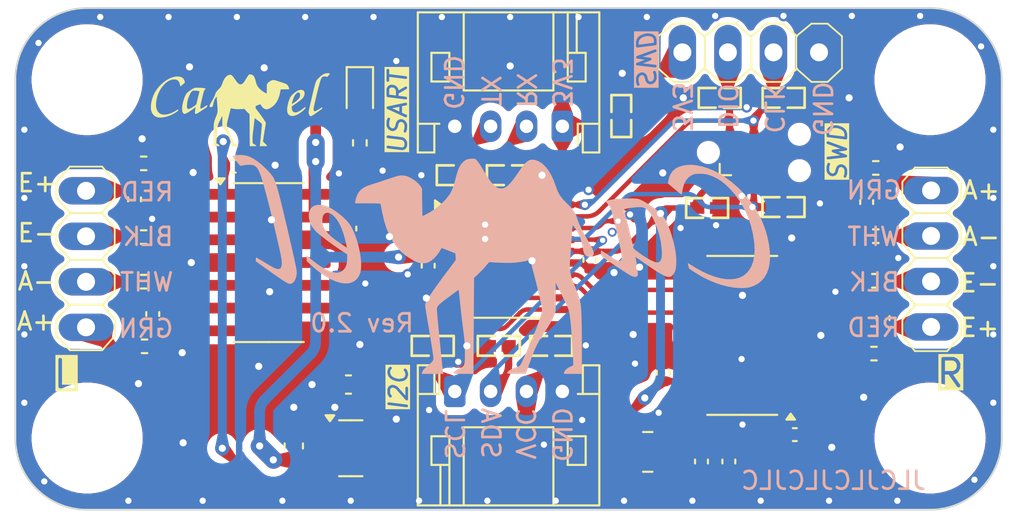
<source format=kicad_pcb>
(kicad_pcb (version 20241229) (generator "pcbnew") (generator_version "9.0")
  (layers (0 "F.Cu" signal) (4 "In1.Cu" power) (6 "In2.Cu" power) (2 "B.Cu" signal) (13 "F.Paste" user) (15 "B.Paste" user) (5 "F.SilkS" user "F.Silkscreen") (7 "B.SilkS" user "B.Silkscreen") (1 "F.Mask" user) (3 "B.Mask" user) (25 "Edge.Cuts" user))
  (property "FAB_ON_PLACEHOLDER" "JLCJLCJLCJLC")
  (net 0 "")
  (net 1 "GND")
  (net 2 "/DOUT1")
  (net 3 "/SCK1")
  (net 4 "/DOUT2")
  (net 5 "/SCK2")
  (net 6 "VDDA")
  (net 7 "VDD")
  (net 8 "+3V3")
  (net 9 "/NRST")
  (net 10 "/L_REFP")
  (net 11 "Net-(D5-A)")
  (net 13 "Net-(J5-Pin_4)")
  (net 14 "Net-(J5-Pin_3)")
  (net 15 "/SWDIO")
  (net 16 "/SWCLK")
  (net 17 "/USART_RX")
  (net 18 "/USART_TX")
  (net 19 "/I2C_SCL")
  (net 20 "/I2C_SDA")
  (net 21 "Net-(J1-Pin_4)")
  (net 22 "Net-(J1-Pin_3)")
  (net 23 "/L_REFN")
  (net 24 "/L_INN")
  (net 26 "/LED1")
  (net 27 "/BOOT0")
  (net 33 "/L_INP")
  (net 34 "/R_REFP")
  (net 35 "/R_REFN")
  (net 36 "/R_INN")
  (net 37 "/R_INP")
  (net 38 "/L_VOUT")
  (net 39 "/R_VOUT")
  (footprint "Capacitor_SMD:C_0402_1005Metric" (layer "F.Cu") (at 128.6604 108.0796 -90)
    (property "Reference" "C12" (hide yes))
    (property "Value" "100n" (hide yes))
  )
  (footprint "MountingHole:MountingHole_3.2mm_M3" (layer "F.Cu") (at 125 95)
    (property "Reference" "H1" (hide yes))
    (property "Value" "MountingHole" (hide yes))
  )
  (footprint "camel:X1-DFN1006-2_L1.0-W0.6-BI" (layer "F.Cu") (at 163.83 102.108)
    (property "Reference" "D2" (hide yes))
    (property "Value" "RCLAMP0521P-N" (hide yes))
  )
  (footprint "Capacitor_SMD:C_0402_1005Metric" (layer "F.Cu") (at 144.018 105.382 -90)
    (property "Reference" "C10" (hide yes))
    (property "Value" "100n" (hide yes))
  )
  (footprint "Capacitor_SMD:C_0402_1005Metric" (layer "F.Cu") (at 127.6444 101.6788 -90)
    (property "Reference" "C11" (hide yes))
    (property "Value" "100n" (hide yes))
  )
  (footprint "Package_SO:SOIC-14_3.9x8.7mm_P1.27mm" (layer "F.Cu") (at 161.5298 109.2708 180)
    (property "Reference" "U4" (hide yes))
    (property "Value" "HX712" (hide yes))
  )
  (footprint "camel:X1-DFN1006-2_L1.0-W0.6-BI" (layer "F.Cu") (at 144.272 109.855 180)
    (property "Reference" "D10" (hide yes))
    (property "Value" "RCLAMP0521P-N" (hide yes))
  )
  (footprint "Fiducial:Fiducial_0.5mm_Mask1mm" (layer "F.Cu") (at 168 93)
    (property "Reference" "FID1" (hide yes))
    (property "Value" "Fiducial" (hide yes))
  )
  (footprint "Capacitor_SMD:C_0603_1608Metric" (layer "F.Cu") (at 139.573 112.014 180)
    (property "Reference" "C5" (hide yes))
    (property "Value" "10u" (hide yes))
  )
  (footprint "Connector_JST:JST_PH_S4B-PH-K_1x04_P2.00mm_Horizontal" (layer "F.Cu") (at 145.5 112.4)
    (property "Reference" "J6" (hide yes))
    (property "Value" "I2C STEMMA" (hide yes))
  )
  (footprint "Capacitor_SMD:C_0402_1005Metric" (layer "F.Cu") (at 164.4624 114.808)
    (property "Reference" "C1" (hide yes))
    (property "Value" "100n" (hide yes))
  )
  (footprint "Resistor_SMD:R_0402_1005Metric" (layer "F.Cu") (at 168.9748 99.9236 180)
    (property "Reference" "R10" (hide yes))
    (property "Value" "200R" (hide yes))
  )
  (footprint "Package_SO:SOIC-14_3.9x8.7mm_P1.27mm" (layer "F.Cu") (at 135.128 105.2068)
    (property "Reference" "U2" (hide yes))
    (property "Value" "HX712" (hide yes))
  )
  (footprint "Capacitor_SMD:C_0603_1608Metric" (layer "F.Cu") (at 136.525 115.443 90)
    (property "Reference" "C6" (hide yes))
    (property "Value" "10u" (hide yes))
  )
  (footprint "camel:X1-DFN1006-2_L1.0-W0.6-BI" (layer "F.Cu") (at 147.955 109.855)
    (property "Reference" "D9" (hide yes))
    (property "Value" "RCLAMP0521P-N" (hide yes))
  )
  (footprint "MountingHole:MountingHole_3.2mm_M3" (layer "F.Cu") (at 125 115)
    (property "Reference" "H4" (hide yes))
    (property "Value" "MountingHole" (hide yes))
  )
  (footprint "camel:X1-DFN1006-2_L1.0-W0.6-BI" (layer "F.Cu") (at 160.274 96.012 180)
    (property "Reference" "D4" (hide yes))
    (property "Value" "RCLAMP0521P-N" (hide yes))
  )
  (footprint "Fiducial:Fiducial_0.5mm_Mask1mm" (layer "F.Cu") (at 129 117)
    (property "Reference" "FID3" (hide yes))
    (property "Value" "Fiducial" (hide yes))
  )
  (footprint "Resistor_SMD:R_0402_1005Metric" (layer "F.Cu") (at 128.1504 106.2736)
    (property "Reference" "R3" (hide yes))
    (property "Value" "200R" (hide yes))
  )
  (footprint "camel:X1-DFN1006-2_L1.0-W0.6-BI" (layer "F.Cu") (at 154.7876 97.028 90)
    (property "Reference" "D1" (hide yes))
    (property "Value" "RCLAMP0521P-N" (hide yes))
  )
  (footprint "Capacitor_SMD:C_0402_1005Metric" (layer "F.Cu") (at 159.258 116.3092 -90)
    (property "Reference" "C4" (hide yes))
    (property "Value" "1u" (hide yes))
  )
  (footprint "Resistor_SMD:R_0402_1005Metric" (layer "F.Cu") (at 128.1544 99.6696)
    (property "Reference" "R1" (hide yes))
    (property "Value" "100R" (hide yes))
  )
  (footprint "Fiducial:Fiducial_0.5mm_Mask1mm" (layer "F.Cu") (at 129 93)
    (property "Reference" "FID2" (hide yes))
    (property "Value" "Fiducial" (hide yes))
  )
  (footprint "LED_SMD:LED_0603_1608Metric" (layer "F.Cu") (at 140.208 95.7835 -90)
    (property "Reference" "D5" (hide yes))
    (property "Value" "RED" (hide yes))
  )
  (footprint "MountingHole:MountingHole_3.2mm_M3" (layer "F.Cu") (at 172 115)
    (property "Reference" "H2" (hide yes))
    (property "Value" "MountingHole" (hide yes))
  )
  (footprint "Capacitor_SMD:C_0402_1005Metric" (layer "F.Cu") (at 143.538 103.759)
    (property "Reference" "C13" (hide yes))
    (property "Value" "100n" (hide yes))
  )
  (footprint "Resistor_SMD:R_0402_1005Metric" (layer "F.Cu") (at 143.129 101.854 180)
    (property "Reference" "R6" (hide yes))
    (property "Value" "10K" (hide yes))
  )
  (footprint "Capacitor_SMD:C_0402_1005Metric" (layer "F.Cu") (at 133.1748 99.822)
    (property "Reference" "C2" (hide yes))
    (property "Value" "100n" (hide yes))
  )
  (footprint "Connector:Tag-Connect_TC2030-IDC-NL_2x03_P1.27mm_Vertical" (layer "F.Cu") (at 162.179 99.06)
    (property "Reference" "J3" (hide yes))
    (property "Value" "TC2030-NL" (hide yes))
  )
  (footprint "Resistor_SMD:R_0402_1005Metric" (layer "F.Cu") (at 128.2012 109.8804)
    (property "Reference" "R4" (hide yes))
    (property "Value" "200R" (hide yes))
  )
  (footprint "camel:X1-DFN1006-2_L1.0-W0.6-BI" (layer "F.Cu") (at 150.876 109.855)
    (property "Reference" "D11" (hide yes))
    (property "Value" "RCLAMP0521P-N" (hide yes))
  )
  (footprint "Package_SO:TSSOP-20_4.4x6.5mm_P0.65mm" (layer "F.Cu") (at 148.59 104.902)
    (property "Reference" "U3" (hide yes))
    (property "Value" "STM32L031F6P6" (hide yes))
  )
  (footprint "Capacitor_SMD:C_0402_1005Metric" (layer "F.Cu") (at 153.035 105.057 -90)
    (property "Reference" "C8" (hide yes))
    (property "Value" "100n" (hide yes))
  )
  (footprint "Package_TO_SOT_SMD:SOT-23" (layer "F.Cu") (at 139.7 115.57)
    (property "Reference" "U1" (hide yes))
    (property "Value" "MCP1700T-3302E/TT" (hide yes))
  )
  (footprint "Connector_JST:JST_PH_S4B-PH-K_1x04_P2.00mm_Horizontal" (layer "F.Cu") (at 151.5 97.6 180)
    (property "Reference" "J4" (hide yes))
    (property "Value" "USART" (hide yes))
  )
  (footprint "camel:Pad_1x04_P2.54mm" (layer "F.Cu") (at 172.0602 108.8 180)
    (property "Reference" "J5" (hide yes))
    (property "Value" "Conn_01x04" (hide yes))
  )
  (footprint "camel:Pad_1x04_P2.54mm" (layer "F.Cu") (at 124.9398 101.2)
    (property "Reference" "J1" (hide yes))
    (property "Value" "Conn_01x04" (hide yes))
  )
  (footprint "Resistor_SMD:R_0402_1005Metric" (layer "F.Cu") (at 140.208 98.5266 90)
    (property "Reference" "R5" (hide yes))
    (property "Value" "2K2" (hide yes))
  )
  (footprint "Capacitor_SMD:C_0402_1005Metric" (layer "F.Cu") (at 160.782 116.3092 -90)
    (property "Reference" "C3" (hide yes))
    (property "Value" "10n" (hide yes))
  )
  (footprint "Capacitor_SMD:C_0402_1005Metric" (layer "F.Cu") (at 168.4688 101.8312 90)
    (property "Reference" "C15" (hide yes))
    (property "Value" "100n" (hide yes))
  )
  (footprint "camel:X1-DFN1006-2_L1.0-W0.6-BI" (layer "F.Cu") (at 163.8388 96.012)
    (property "Reference" "D3" (hide yes))
    (property "Value" "RCLAMP0521P-N" (hide yes))
  )
  (footprint "camel:X1-DFN1006-2_L1.0-W0.6-BI" (layer "F.Cu") (at 145.669 100.33 180)
    (property "Reference" "D8" (hide yes))
    (property "Value" "RCLAMP0521P-N" (hide yes))
  )
  (footprint "Resistor_SMD:R_0402_1005Metric" (layer "F.Cu") (at 168.8752 110.2868 180)
    (property "Reference" "R7" (hide yes))
    (property "Value" "100R" (hide yes))
  )
  (footprint "camel:X1-DFN1006-2_L1.0-W0.6-BI" (layer "F.Cu") (at 159.5716 102.1588)
    (property "Reference" "D6" (hide yes))
    (property "Value" "RCLAMP0521P-N" (hide yes))
  )
  (footprint "Capacitor_SMD:C_0402_1005Metric" (layer "F.Cu") (at 139.6492 103.3044 -90)
    (property "Reference" "C7" (hide yes))
    (property "Value" "100n" (hide yes))
  )
  (footprint "Capacitor_SMD:C_0402_1005Metric" (layer "F.Cu") (at 157.1244 111.3536 90)
    (property "Reference" "C9" (hide yes))
    (property "Value" "100n" (hide yes))
  )
  (footprint "camel:camel_logo_10" (layer "F.Cu") (at 133.5532 96.6724)
    (property "Reference" "G***" (hide yes))
    (property "Value" "LOGO" (hide yes))
  )
  (footprint "Resistor_SMD:R_0402_1005Metric" (layer "F.Cu") (at 168.924 106.2228)
    (property "Reference" "R8" (hide yes))
    (property "Value" "100R" (hide yes))
  )
  (footprint "Inductor_SMD:L_1008_2520Metric" (layer "F.Cu") (at 156.2608 115.7732 180)
    (property "Reference" "L1" (hide yes))
    (property "Value" "39n" (hide yes))
  )
  (footprint "Resistor_SMD:R_0402_1005Metric" (layer "F.Cu") (at 168.9768 103.7336 180)
    (property "Reference" "R9" (hide yes))
    (property "Value" "200R" (hide yes))
  )
  (footprint "camel:X1-DFN1006-2_L1.0-W0.6-BI" (layer "F.Cu") (at 148.463 100.33)
    (property "Reference" "D7" (hide yes))
    (property "Value" "RCLAMP0521P-N" (hide yes))
  )
  (footprint "camel:Pad_1x04_P2.54mm" (layer "F.Cu") (at 158.1912 93.472 90)
    (property "Reference" "J2" (hide yes))
    (property "Value" "Conn_01x04" (hide yes))
  )
  (footprint "Capacitor_SMD:C_0402_1005Metric" (layer "F.Cu") (at 169.3832 108.3056 90)
    (property "Reference" "C14" (hide yes))
    (property "Value" "100n" (hide yes))
  )
  (footprint "Resistor_SMD:R_0402_1005Metric" (layer "F.Cu") (at 128.1524 103.7844 180)
    (property "Reference" "R2" (hide yes))
    (property "Value" "100R" (hide yes))
  )
  (footprint "MountingHole:MountingHole_3.2mm_M3" (layer "F.Cu") (at 172 95)
    (property "Reference" "H3" (hide yes))
    (property "Value" "MountingHole" (hide yes))
  )
  (footprint "camel:camel_logo_30" (layer "B.Cu") (at 148.082 105.3084 180)
    (property "Reference" "G***" (hide yes))
    (property "Value" "LOGO" (hide yes))
  )
  (gr_line (start 176 115) (end 176 95) (stroke (width 0.1)) (layer "Edge.Cuts"))
  (gr_arc (start 125 119) (mid 122.171573 117.828427) (end 121 115) (stroke (width 0.1)) (layer "Edge.Cuts"))
  (gr_arc (start 176 115) (mid 174.828427 117.828427) (end 172 119) (stroke (width 0.1)) (layer "Edge.Cuts"))
  (gr_line (start 125 119) (end 172 119) (stroke (width 0.1)) (layer "Edge.Cuts"))
  (gr_line (start 121 115) (end 121 95) (stroke (width 0.1)) (layer "Edge.Cuts"))
  (gr_arc (start 172 91) (mid 174.828427 92.171573) (end 176 95) (stroke (width 0.1)) (layer "Edge.Cuts"))
  (gr_line (start 125 91) (end 172 91) (stroke (width 0.1)) (layer "Edge.Cuts"))
  (gr_arc (start 121 95) (mid 122.171573 92.171573) (end 125 91) (stroke (width 0.1)) (layer "Edge.Cuts"))
  (gr_text "E+" (at 121.0404 101.346 0) (layer "F.SilkS") (effects (font (size 1 1)) (justify left bottom)))
  (gr_text "A+" (at 120.9896 109.0676 0) (layer "F.SilkS") (effects (font (size 1 1)) (justify left bottom)))
  (gr_text "USART" (at 142.9004 99.2124 90) (layer "F.SilkS" knockout) (effects (font (size 1 1) (thickness 0.15) (italic yes)) (justify left bottom)))
  (gr_text "L" (at 123.7488 112.3188 0) (layer "F.SilkS" knockout) (effects (font (size 1.5 1.5) (thickness 0.2)) (justify bottom)))
  (gr_text "A+" (at 173.7012 101.7524 0) (layer "F.SilkS") (effects (font (size 1 1)) (justify left bottom)))
  (gr_text "I2C" (at 142.9512 113.538 90) (layer "F.SilkS" knockout) (effects (font (size 1 1) (thickness 0.15) (italic yes)) (justify left bottom)))
  (gr_text "E+" (at 173.5996 109.4232 0) (layer "F.SilkS") (effects (font (size 1 1)) (justify left bottom)))
  (gr_text "R" (at 173.1264 112.268 0) (layer "F.SilkS" knockout) (effects (font (size 1.5 1.5) (thickness 0.2)) (justify bottom)))
  (gr_text "E-" (at 121.0404 104.14 0) (layer "F.SilkS") (effects (font (size 1 1)) (justify left bottom)))
  (gr_text "E-" (at 173.5996 106.934 0) (layer "F.SilkS") (effects (font (size 1 1)) (justify left bottom)))
  (gr_text "A-" (at 173.7012 104.3432 0) (layer "F.SilkS") (effects (font (size 1 1)) (justify left bottom)))
  (gr_text "SWD" (at 167.4368 100.6856 90) (layer "F.SilkS" knockout) (effects (font (size 1 1) (thickness 0.15) (italic yes)) (justify left bottom)))
  (gr_text "A-" (at 121.0404 106.8324 0) (layer "F.SilkS") (effects (font (size 1 1)) (justify left bottom)))
  (gr_text "SCL" (at 144.8816 116.2812 -90) (layer "B.SilkS") (effects (font (size 1 1)) (justify left bottom mirror)))
  (gr_text "DIO" (at 160.1216 97.8408 -90) (layer "B.SilkS") (effects (font (size 1 1)) (justify left bottom mirror)))
  (gr_text "WHT" (at 129.9 106.8832 0) (layer "B.SilkS") (effects (font (size 1 1)) (justify left bottom mirror)))
  (gr_text "BLK" (at 129.9 104.3432 0) (layer "B.SilkS") (effects (font (size 1 1)) (justify left bottom mirror)))
  (gr_text "SWD" (at 155.5496 95.5548 -90) (layer "B.SilkS" knockout) (effects (font (size 1 1) (thickness 0.15) (italic yes)) (justify left bottom mirror)))
  (gr_text "3V3" (at 157.5816 97.9932 -90) (layer "B.SilkS") (effects (font (size 1 1)) (justify left bottom mirror)))
  (gr_text "VCC" (at 148.844 116.2812 270) (layer "B.SilkS") (effects (font (size 1 1)) (justify left bottom mirror)))
  (gr_text "SDA" (at 146.9136 116.2304 -90) (layer "B.SilkS") (effects (font (size 1 1)) (justify left bottom mirror)))
  (gr_text "BLK" (at 170.3992 106.8832 0) (layer "B.SilkS") (effects (font (size 1 1)) (justify left bottom mirror)))
  (gr_text "GND" (at 150.876 116.4336 -90) (layer "B.SilkS") (effects (font (size 1 1)) (justify left bottom mirror)))
  (gr_text "RED" (at 129.9 101.854 0) (layer "B.SilkS") (effects (font (size 1 1)) (justify left bottom mirror)))
  (gr_text "WHT" (at 170.45 104.3432 0) (layer "B.SilkS") (effects (font (size 1 1)) (justify left bottom mirror)))
  (gr_text "GND" (at 165.4048 98.2472 -90) (layer "B.SilkS") (effects (font (size 1 1)) (justify left bottom mirror)))
  (gr_text "RX" (at 148.8948 96.6724 -90) (layer "B.SilkS") (effects (font (size 1 1)) (justify left bottom mirror)))
  (gr_text "CLK" (at 162.7124 98.0948 -90) (layer "B.SilkS") (effects (font (size 1 1)) (justify left bottom mirror)))
  (gr_text "RED" (at 170.3992 109.4232 0) (layer "B.SilkS") (effects (font (size 1 1)) (justify left bottom mirror)))
  (gr_text "${FAB_ON_PLACEHOLDER}" (at 171.8564 117.9576 0) (layer "B.SilkS") (effects (font (size 1 1)) (justify left bottom mirror)))
  (gr_text "GRN" (at 170.5008 101.7524 0) (layer "B.SilkS") (effects (font (size 1 1)) (justify left bottom mirror)))
  (gr_text "3V3" (at 150.876 96.6216 -90) (layer "B.SilkS") (effects (font (size 1 1)) (justify left bottom mirror)))
  (gr_text "Rev 2.0" (at 143.3068 109.1692 0) (layer "B.SilkS") (effects (font (size 1 1)) (justify left bottom mirror)))
  (gr_text "GRN" (at 129.9 109.474 0) (layer "B.SilkS") (effects (font (size 1 1)) (justify left bottom mirror)))
  (gr_text "GND" (at 144.8308 96.774 -90) (layer "B.SilkS") (effects (font (size 1 1)) (justify left bottom mirror)))
  (gr_text "TX" (at 146.9136 96.5708 -90) (layer "B.SilkS") (effects (font (size 1 1)) (justify left bottom mirror)))
  (segment (start 165.8112 93.472) (end 165.8112 94.5896) (width 0.4) (layer "F.Cu") (net 1))
  (segment (start 132.653 105.2068) (end 130.81 105.2068) (width 0.25) (layer "F.Cu") (net 1))
  (segment (start 165.6588 102.108) (end 165.862 101.9048) (width 0.25) (layer "F.Cu") (net 1))
  (segment (start 164.38 102.108) (end 165.6588 102.108) (width 0.25) (layer "F.Cu") (net 1))
  (segment (start 164.0048 109.2708) (end 165.9128 109.2708) (width 0.25) (layer "F.Cu") (net 1))
  (segment (start 159.258 116.7892) (end 160.782 116.7892) (width 0.25) (layer "F.Cu") (net 1))
  (segment (start 159.0548 110.5408) (end 157.4572 110.5408) (width 0.25) (layer "F.Cu") (net 1))
  (segment (start 151.5 109.929) (end 151.426 109.855) (width 0.4) (layer "F.Cu") (net 1))
  (segment (start 143.058 103.759) (end 141.859 103.759) (width 0.25) (layer "F.Cu") (net 1))
  (segment (start 145.119 98.086) (end 145.119 100.33) (width 0.5) (layer "F.Cu") (net 1))
  (segment (start 144.822 109.855) (end 146.177 109.855) (width 0.5) (layer "F.Cu") (net 1))
  (segment (start 139.6492 103.7844) (end 141.8336 103.7844) (width 0.25) (layer "F.Cu") (net 1))
  (segment (start 138.7625 114.62) (end 138.7625 113.3325) (width 0.4) (layer "F.Cu") (net 1))
  (segment (start 139.446 109.0168) (end 140.208 109.7788) (width 0.35) (layer "F.Cu") (net 1))
  (segment (start 141.2495 93.9545) (end 142.24 93.9545) (width 0.25) (layer "F.Cu") (net 1))
  (segment (start 147.405 109.855) (end 146.177 109.855) (width 0.5) (layer "F.Cu") (net 1))
  (segment (start 163.449 100.251775) (end 164.38 101.182775) (width 0.25) (layer "F.Cu") (net 1))
  (segment (start 138.7625 114.62) (end 136.573 114.62) (width 0.4) (layer "F.Cu") (net 1))
  (segment (start 143.835972 94.305972) (end 145.148528 95.618528) (width 0.25) (layer "F.Cu") (net 1))
  (segment (start 138.798 112.014) (end 137.541 112.014) (width 0.4) (layer "F.Cu") (net 1))
  (segment (start 154.2516 105.636) (end 153.035 105.636) (width 0.4) (layer "F.Cu") (net 1))
  (segment (start 151.5 112.4) (end 151.5 109.929) (width 0.4) (layer "F.Cu") (net 1))
  (segment (start 145.5 97.705) (end 145.119 98.086) (width 0.5) (layer "F.Cu") (net 1))
  (segment (start 159.258 117.992) (end 158.75 118.5) (width 0.25) (layer "F.Cu") (net 1))
  (segment (start 142.619 101.854) (end 142.619 101.845056) (width 0.25) (layer "F.Cu") (net 1))
  (segment (start 128.6624 103.7844) (end 129.139072 103.7844) (width 0.25) (layer "F.Cu") (net 1))
  (segment (start 160.1216 102.1588) (end 160.1216 103.0732) (width 0.4) (layer "F.Cu") (net 1))
  (segment (start 140.208 94.996) (end 141.2495 93.9545) (width 0.25) (layer "F.Cu") (net 1))
  (segment (start 139.6492 103.7844) (end 137.7554 103.7844) (width 0.25) (layer "F.Cu") (net 1))
  (segment (start 159.258 116.7892) (end 159.258 117.992) (width 0.25) (layer "F.Cu") (net 1))
  (segment (start 137.6896 111.8654) (end 137.541 112.014) (width 0.25) (layer "F.Cu") (net 1))
  (segment (start 141.8336 103.7844) (end 141.859 103.759) (width 0.25) (layer "F.Cu") (net 1))
  (segment (start 149.931 105.227) (end 149.8092 105.1052) (width 0.25) (layer "F.Cu") (net 1))
  (segment (start 163.449 99.695) (end 163.449 100.251775) (width 0.25) (layer "F.Cu") (net 1))
  (segment (start 138.798 112.014) (end 138.798 113.271) (width 0.4) (layer "F.Cu") (net 1))
  (segment (start 155.8036 105.4608) (end 159.0548 105.4608) (width 0.25) (layer "F.Cu") (net 1))
  (segment (start 137.7554 103.7844) (end 137.603 103.9368) (width 0.25) (layer "F.Cu") (net 1))
  (segment (start 142.24 93.9545) (end 142.987444 93.9545) (width 0.25) (layer "F.Cu") (net 1))
  (segment (start 145.5 97.6) (end 145.5 97.705) (width 0.5) (layer "F.Cu") (net 1))
  (segment (start 168.414 105.5504) (end 168.414 106.2228) (width 0.25) (layer "F.Cu") (net 1))
  (segment (start 154.3812 105.7656) (end 154.2516 105.636) (width 0.4) (layer "F.Cu") (net 1))
  (segment (start 152.626 105.227) (end 151.4525 105.227) (width 0.4) (layer "F.Cu") (net 1))
  (segment (start 145.119 100.33) (end 143.637 100.33) (width 0.25) (layer "F.Cu") (net 1))
  (segment (start 142.875 105.862) (end 144.018 105.862) (width 0.25) (layer "F.Cu") (net 1))
  (segment (start 170.2308 104.9528) (end 169.0116 104.9528) (width 0.25) (layer "F.Cu") (net 1))
  (segment (start 155.5776 110.8736) (end 155.5496 110.8456) (width 0.25) (layer "F.Cu") (net 1))
  (segment (start 149.013 100.33) (end 150.368 100.33) (width 0.4) (layer "F.Cu") (net 1))
  (segment (start 145.5 96.467056) (end 145.5 97.6) (width 0.25) (layer "F.Cu") (net 1))
  (segment (start 136.525 114.668) (end 136.525 113.284) (width 0.5) (layer "F.Cu") (net 1))
  (segment (start 129.563336 103.960136) (end 130.81 105.2068) (width 0.25) (layer "F.Cu") (net 1))
  (segment (start 136.573 114.62) (end 136.525 114.668) (width 0.25) (layer "F.Cu") (net 1))
  (segment (start 157.4572 110.5408) (end 157.1244 110.8736) (width 0.25) (layer "F.Cu") (net 1))
  (segment (start 142.970472 100.996528) (end 143.637 100.33) (width 0.25) (layer "F.Cu") (net 1))
  (segment (start 157.1244 110.8736) (end 155.5776 110.8736) (width 0.25) (layer "F.Cu") (net 1))
  (segment (start 153.035 105.636) (end 152.626 105.227) (width 0.4) (layer "F.Cu") (net 1))
  (segment (start 138.7625 113.3325) (end 138.811 113.284) (width 0.4) (layer "F.Cu") (net 1))
  (segment (start 159.724 96.012) (end 158.242 96.012) (width 0.4) (layer "F.Cu") (net 1))
  (segment (start 137.603 109.0168) (end 139.446 109.0168) (width 0.35) (layer "F.Cu") (net 1))
  (segment (start 164.38 101.182775) (end 164.38 102.108) (width 0.25) (layer "F.Cu") (net 1))
  (segment (start 169.0116 104.9528) (end 168.414 105.5504) (width 0.25) (layer "F.Cu") (net 1))
  (segment (start 160.1216 103.0732) (end 160.0708 103.124) (width 0.4) (layer "F.Cu") (net 1))
  (segment (start 151.4525 105.227) (end 149.931 105.227) (width 0.25) (layer "F.Cu") (net 1))
  (segment (start 165.8112 94.5896) (end 164.3888 96.012) (width 0.4) (layer "F.Cu") (net 1))
  (segment (start 146.685 109.855) (end 146.177 109.855) (width 0.35) (layer "F.Cu") (net 1))
  (segment (start 138.798 113.271) (end 138.811 113.284) (width 0.25) (layer "F.Cu") (net 1))
  (via (at 154.94 118.5) (size 0.6) (drill 0.35) (layers "F.Cu" "B.Cu") (net 1))
  (via (at 170.2308 104.9528) (size 0.6) (drill 0.35) (layers "F.Cu" "B.Cu") (net 1))
  (via (at 134.874 94.3356) (size 0.8) (drill 0.4) (layers "F.Cu" "B.Cu") (net 1))
  (via (at 158.0896 103.2764) (size 0.6) (drill 0.35) (layers "F.Cu" "B.Cu") (net 1))
  (via (at 174.478935 117.32699) (size 0.6) (drill 0.35) (layers "F.Cu" "B.Cu") (net 1))
  (via (at 161.775417 96.535432) (size 0.6) (drill 0.35) (layers "F.Cu" "B.Cu") (net 1))
  (via (at 152.9588 101.1428) (size 0.6) (drill 0.35) (layers "F.Cu" "B.Cu") (net 1))
  (via (at 133.35 91.5) (size 0.6) (drill 0.35) (layers "F.Cu" "B.Cu") (net 1))
  (via (at 168.3004 112.7252) (size 0.8) (drill 0.4) (layers "F.Cu" "B.Cu") (net 1))
  (via (at 139.7 118.5) (size 0.6) (drill 0.35) (layers "F.Cu" "B.Cu") (net 1))
  (via (at 150.368 100.33) (size 0.8) (drill 0.4) (layers "F.Cu" "B.Cu") (net 1))
  (via (at 170.18 118.5) (size 0.6) (drill 0.35) (layers "F.Cu" "B.Cu") (net 1))
  (via (at 142.875 105.862) (size 0.6) (drill 0.35) (layers "F.Cu" "B.Cu") (net 1))
  (via (at 143.637 100.33) (size 0.6) (drill 0.35) (layers "F.Cu" "B.Cu") (net 1))
  (via (at 140.97 91.5) (size 0.6) (drill 0.35) (layers "F.Cu" "B.Cu") (net 1))
  (via (at 125.73 91.5) (size 0.6) (drill 0.35) (layers "F.Cu" "B.Cu") (net 1))
  (via (at 121.5 97.79) (size 0.6) (drill 0.35) (layers "F.Cu" "B.Cu") (net 1))
  (via (at 130.3528 115.2652) (size 0.8) (drill 0.4) (layers "F.Cu" "B.Cu") (net 1))
  (via (at 175.53 109.22) (size 0.6) (drill 0.35) (layers "F.Cu" "B.Cu") (net 1))
  (via (at 149.8092 105.1052) (size 0.8) (drill 0.4) (layers "F.Cu" "B.Cu") (net 1))
  (via (at 156.8704 113.5888) (size 0.6) (drill 0.35) (layers "F.Cu" "B.Cu") (net 1))
  (via (at 175.53 113.03) (size 0.6) (drill 0.35) (layers "F.Cu" "B.Cu") (net 1))
  (via (at 142.24 113.9444) (size 0.8) (drill 0.4) (layers "F.Cu" "B.Cu") (net 1))
  (via (at 137.16 91.5) (size 0.6) (drill 0.35) (layers "F.Cu" "B.Cu") (net 1))
  (via (at 130.9116 100.1776) (size 0.8) (drill 0.4) (layers "F.Cu" "B.Cu") (net 1))
  (via (at 143.9164 107.188) (size 0.8) (drill 0.4) (layers "F.Cu" "B.Cu") (net 1))
  (via (at 152.8064 109.8296) (size 0.6) (drill 0.35) (layers "F.Cu" "B.Cu") (net 1))
  (via (at 163.83 91.44) (size 0.6) (drill 0.35) (layers "F.Cu" "B.Cu") (net 1))
  (via (at 139.0396 100.2284) (size 0.6) (drill 0.35) (layers "F.Cu" "B.Cu") (net 1))
  (via (at 165.9128 109.2708) (size 0.8) (drill 0.4) (layers "F.Cu" "B.Cu") (net 1))
  (via (at 129.54 91.5) (size 0.6) (drill 0.35) (layers "F.Cu" "B.Cu") (net 1))
  (via (at 158.242 96.012) (size 0.8) (drill 0.4) (layers "F.Cu" "B.Cu") (net 1))
  (via (at 165.862 101.9048) (size 0.6) (drill 0.35) (layers "F.Cu" "B.Cu") (net 1))
  (via (at 166.37 118.5) (size 0.6) (drill 0.35) (layers "F.Cu" "B.Cu") (net 1))
  (via (at 154.3812 105.7656) (size 0.8) (drill 0.4) (layers "F.Cu" "B.Cu") (net 1))
  (via (at 175.53 105.41) (size 0.6) (drill 0.35) (layers "F.Cu" "B.Cu") (net 1))
  (via (at 175.53 97.79) (size 0.6) (drill 0.35) (layers "F.Cu" "B.Cu") (net 1))
  (via (at 135.89 118.5) (size 0.6) (drill 0.35) (layers "F.Cu" "B.Cu") (net 1))
  (via (at 164.2872 103.8352) (size 0.8) (drill 0.4) (layers "F.Cu" "B.Cu") (net 1))
  (via (at 155.448 109.22) (size 0.8) (drill 0.4) (layers "F.Cu" "B.Cu") (net 1))
  (via (at 152.6032 113.9952) (size 0.6) (drill 0.35) (layers "F.Cu" "B.Cu") (net 1))
  (via (at 161.544 107.0356) (size 0.8) (drill 0.4) (layers "F.Cu" "B.Cu") (net 1))
  (via (at 161.504 101.483) (size 0.6) (drill 0.35) (layers "F.Cu" "B.Cu") (net 1))
  (via (at 122.61169 117.419913) (size 0.6) (drill 0.35) (layers "F.Cu" "B.Cu") (net 1))
  (via (at 144.0688 113.4364) (size 0.6) (drill 0.35) (layers "F.Cu" "B.Cu") (net 1))
  (via (at 147.32 118.5) (size 0.6) (drill 0.35) (layers "F.Cu" "B.Cu") (net 1))
  (via (at 160.02 91.44) (size 0.6) (drill 0.35) (layers "F.Cu" "B.Cu") (net 1))
  (via (at 122.289762 92.947047) (size 0.6) (drill 0.35) (layers "F.Cu" "B.Cu") (net 1))
  (via (at 174.847632 93.142313) (size 0.6) (drill 0.35) (layers "F.Cu" "B.Cu") (net 1))
  (via (at 166.5224 115.5192) (size 0.8) (drill 0.4) (layers "F.Cu" "B.Cu") (net 1))
  (via (at 140.5128 106.3752) (size 0.6) (drill 0.35) (layers "F.Cu" "B.Cu") (net 1))
  (via (at 160.0708 103.124) (size 0.6) (drill 0.35) (layers "F.Cu" "B.Cu") (net 1))
  (via (at 175.53 101.6) (size 0.6) (drill 0.35) (layers "F.Cu" "B.Cu") (net 1))
  (via (at 135.4836 99.7712) (size 0.8) (drill 0.4) (layers "F.Cu" "B.Cu") (net 1))
  (via (at 121.5 101.6) (size 0.6) (drill 0.35) (layers "F.Cu" "B.Cu") (net 1))
  (via (at 161.4932 110.5916) (size 0.6) (drill 0.35) (layers "F.Cu" "B.Cu") (net 1))
  (via (at 130.81 105.2068) (size 0.8) (drill 0.4) (layers "F.Cu" "B.Cu") (net 1))
  (via (at 146.177 109.855) (size 0.8) (drill 0.4) (layers "F.Cu" "B.Cu") (net 1))
  (via (at 130.302 110.236) (size 0.8) (drill 0.4) (layers "F.Cu" "B.Cu") (net 1))
  (via (at 147.193 103.085997) (size 0.6) (drill 0.35) (layers "F.Cu" "B.Cu") (net 1))
  (via (at 154.8384 94.6404) (size 0.8) (drill 0.4) (layers "F.Cu" "B.Cu") (net 1))
  (via (at 154.280572 103.510039) (size 0.5) (drill 0.3) (layers "F.Cu" "B.Cu") (net 1))
  (via (at 142.24 93.9545) (size 0.6) (drill 0.35) (layers "F.Cu" "B.Cu") (net 1))
  (via (at 121.5 105.41) (size 0.6) (drill 0.35) (layers "F.Cu" "B.Cu") (net 1))
  (via (at 150.4696 115.3668) (size 0.6) (drill 0.35) (layers "F.Cu" "B.Cu") (net 1))
  (via (at 156.21 91.5) (size 0.6) (drill 0.35) (layers "F.Cu" "B.Cu") (net 1))
  (via (at 143.51 118.5) (size 0.6) (drill 0.35) (layers "F.Cu" "B.Cu") (net 1))
  (via (at 145.6944 110.744) (size 0.6) (drill 0.35) (layers "F.Cu" "B.Cu") (net 1))
  (via (at 148.59 94.234) (size 0.8) (drill 0.4) (layers "F.Cu" "B.Cu") (net 1))
  (via (at 134.5692 110.998) (size 0.8) (drill 0.4) (layers "F.Cu" "B.Cu") (net 1))
  (via (at 137.541 112.014) (size 0.8) (drill 0.4) (layers "F.Cu" "B.Cu") (net 1))
  (via (at 138.811 113.284) (size 0.8) (drill 0.4) (layers "F.Cu" "B.Cu") (net 1))
  (via (at 127.3 118.5) (size 0.6) (drill 0.35) (layers "F.Cu" "B.Cu") (net 1))
  (via (at 140.208 109.7788) (size 0.8) (drill 0.4) (layers "F.Cu" "B.Cu") (net 1))
  (via (at 127.8636 111.9632) (size 0.8) (drill 0.4) (layers "F.Cu" "B.Cu") (net 1))
  (via (at 166.7256 106.8324) (size 0.6) (drill 0.35) (layers "F.Cu" "B.Cu") (net 1))
  (via (at 152.4 91.5) (size 0.6) (drill 0.35) (layers "F.Cu" "B.Cu") (net 1))
  (via (at 135.2804 102.8192) (size 0.8) (drill 0.4) (layers "F.Cu" "B.Cu") (net 1))
  (via (at 157.099 100.203) (size 0.8) (drill 0.4) (layers "F.Cu" "B.Cu") (net 1))
  (via (at 135.1788 106.8324) (size 0.8) (drill 0.4) (layers "F.Cu" "B.Cu") (net 1))
  (via (at 141.478 100.076) (size 0.6) (drill 0.35) (layers "F.Cu" "B.Cu") (net 1))
  (via (at 128.0668 98.298) (size 0.8) (drill 0.4) (layers "F.Cu" "B.Cu") (net 1))
  (via (at 121.5 113.03) (size 0.6) (drill 0.35) (layers "F.Cu" "B.Cu") (net 1))
  (via (at 155.8036 105.4608) (size 0.8) (drill 0.4) (layers "F.Cu" "B.Cu") (net 1))
  (via (at 155.274692 102.524008) (size 0.6) (drill 0.35) (layers "F.Cu" "B.Cu") (net 1))
  (via (at 130.7084 94.2848) (size 0.8) (drill 0.4) (layers "F.Cu" "B.Cu") (net 1))
  (via (at 171.45 91.44) (size 0.6) (drill 0.35) (layers "F.Cu" "B.Cu") (net 1))
  (via (at 151.13 118.5) (size 0.6) (drill 0.35) (layers "F.Cu" "B.Cu") (net 1))
  (via (at 141.859 103.759) (size 0.8) (drill 0.4) (layers "F.Cu" "B.Cu") (net 1))
  (via (at 136.525 113.284) (size 0.8) (drill 0.4) (layers "F.Cu" "B.Cu") (net 1))
  (via (at 161.544 114.2492) (size 0.6) (drill 0.35) (layers "F.Cu" "B.Cu") (net 1))
  (via (at 167.4876 96.012) (size 0.8) (drill 0.4) (layers "F.Cu" "B.Cu") (net 1))
  (via (at 131.445 118.5) (size 0.6) (drill 0.35) (layers "F.Cu" "B.Cu") (net 1))
  (via (at 155.5496 110.8456) (size 0.6) (drill 0.35) (layers "F.Cu" "B.Cu") (net 1))
  (via (at 170.3324 98.7552) (size 0.8) (drill 0.4) (layers "F.Cu" "B.Cu") (net 1))
  (via (at 167.64 91.44) (size 0.6) (drill 0.35) (layers "F.Cu" "B.Cu") (net 1))
  (via (at 162.56 118.5) (size 0.6) (drill 0.35) (layers "F.Cu" "B.Cu") (net 1))
  (via (at 148.59 91.5) (size 0.6) (drill 0.35) (layers "F.Cu" "B.Cu") (net 1))
  (via (at 158.75 118.5) (size 0.6) (drill 0.35) (layers "F.Cu" "B.Cu") (net 1))
  (via (at 144.78 91.5) (size 0.6) (drill 0.35) (layers "F.Cu" "B.Cu") (net 1))
  (via (at 128.6256 102.7684) (size 0.6) (drill 0.35) (layers "F.Cu" "B.Cu") (net 1))
  (via (at 121.5 109.22) (size 0.6) (drill 0.35) (layers "F.Cu" "B.Cu") (net 1))
  (arc (start 129.139072 103.7844) (mid 129.368682 103.830072) (end 129.563336 103.960136) (width 0.25) (layer "F.Cu") (net 1))
  (arc (start 143.835972 94.305972) (mid 143.446664 94.045845) (end 142.987444 93.9545) (width 0.25) (layer "F.Cu") (net 1))
  (arc (start 145.148528 95.618528) (mid 145.408655 96.007836) (end 145.5 96.467056) (width 0.25) (layer "F.Cu") (net 1))
  (arc (start 142.970472 100.996528) (mid 142.710345 101.385836) (end 142.619 101.845056) (width 0.25) (layer "F.Cu") (net 1))
  (segment (start 148.730064 107.352736) (end 147.851336 108.231464) (width 0.25) (layer "F.Cu") (net 2))
  (segment (start 138.994272 106.4768) (end 137.603 106.4768) (width 0.25) (layer "F.Cu") (net 2))
  (segment (start 151.4525 107.177) (end 149.154328 107.177) (width 0.25) (layer "F.Cu") (net 2))
  (segment (start 147.427072 108.4072) (end 141.421728 108.4072) (width 0.25) (layer "F.Cu") (net 2))
  (segment (start 140.997464 108.231464) (end 139.418536 106.652536) (width 0.25) (layer "F.Cu") (net 2))
  (arc (start 141.421728 108.4072) (mid 141.192118 108.361528) (end 140.997464 108.231464) (width 0.25) (layer "F.Cu") (net 2))
  (arc (start 147.851336 108.231464) (mid 147.656682 108.361528) (end 147.427072 108.4072) (width 0.25) (layer "F.Cu") (net 2))
  (arc (start 149.154328 107.177) (mid 148.924718 107.222672) (end 148.730064 107.352736) (width 0.25) (layer "F.Cu") (net 2))
  (arc (start 138.994272 106.4768) (mid 139.223882 106.522472) (end 139.418536 106.652536) (width 0.25) (layer "F.Cu") (net 2))
  (segment (start 151.4525 107.827) (end 149.571128 107.827) (width 0.25) (layer "F.Cu") (net 3))
  (segment (start 147.985872 108.9152) (end 140.964528 108.9152) (width 0.25) (layer "F.Cu") (net 3))
  (segment (start 149.146864 108.002736) (end 148.410136 108.739464) (width 0.25) (layer "F.Cu") (net 3))
  (segment (start 139.299072 107.7468) (end 137.603 107.7468) (width 0.25) (layer "F.Cu") (net 3))
  (segment (start 140.540264 108.739464) (end 139.723336 107.922536) (width 0.25) (layer "F.Cu") (net 3))
  (arc (start 139.723336 107.922536) (mid 139.528682 107.792472) (end 139.299072 107.7468) (width 0.25) (layer "F.Cu") (net 3))
  (arc (start 149.571128 107.827) (mid 149.341518 107.872672) (end 149.146864 108.002736) (width 0.25) (layer "F.Cu") (net 3))
  (arc (start 140.964528 108.9152) (mid 140.734918 108.869528) (end 140.540264 108.739464) (width 0.25) (layer "F.Cu") (net 3))
  (arc (start 148.410136 108.739464) (mid 148.215482 108.869528) (end 147.985872 108.9152) (width 0.25) (layer "F.Cu") (net 3))
  (segment (start 151.4525 106.527) (end 152.168586 106.527) (width 0.25) (layer "F.Cu") (net 4))
  (segment (start 152.59285 106.702736) (end 153.715178 107.825064) (width 0.25) (layer "F.Cu") (net 4))
  (segment (start 154.139442 108.0008) (end 159.0548 108.0008) (width 0.25) (layer "F.Cu") (net 4))
  (arc (start 154.139442 108.0008) (mid 153.909832 107.955128) (end 153.715178 107.825064) (width 0.25) (layer "F.Cu") (net 4))
  (arc (start 152.59285 106.702736) (mid 152.398196 106.572672) (end 152.168586 106.527) (width 0.25) (layer "F.Cu") (net 4))
  (segment (start 153.505838 106.7308) (end 159.0548 106.7308) (width 0.25) (layer "F.Cu") (net 5))
  (segment (start 152.579246 106.052736) (end 153.081574 106.555064) (width 0.25) (layer "F.Cu") (net 5))
  (segment (start 151.4525 105.877) (end 152.154982 105.877) (width 0.25) (layer "F.Cu") (net 5))
  (arc (start 153.081574 106.555064) (mid 153.276228 106.685128) (end 153.505838 106.7308) (width 0.25) (layer "F.Cu") (net 5))
  (arc (start 152.579246 106.052736) (mid 152.384592 105.922672) (end 152.154982 105.877) (width 0.25) (layer "F.Cu") (net 5))
  (segment (start 160.782 115.8292) (end 162.629829 115.8292) (width 0.4) (layer "F.Cu") (net 6))
  (segment (start 163.9824 113.1032) (end 164.0048 113.0808) (width 0.4) (layer "F.Cu") (net 6))
  (segment (start 163.195515 115.594885) (end 163.9824 114.808) (width 0.4) (layer "F.Cu") (net 6))
  (segment (start 132.6948 101.355) (end 132.653 101.3968) (width 0.35) (layer "F.Cu") (net 6))
  (segment (start 160.726 115.7732) (end 160.782 115.8292) (width 0.4) (layer "F.Cu") (net 6))
  (segment (start 157.3358 115.7732) (end 157.3358 116.052608) (width 0.5) (layer "F.Cu") (net 6))
  (segment (start 132.6948 99.822) (end 132.6948 101.355) (width 0.35) (layer "F.Cu") (net 6))
  (segment (start 155.888008 117.5004) (end 134.840392 117.5004) (width 0.5) (layer "F.Cu") (net 6))
  (segment (start 132.588 98.4504) (end 132.588 99.7152) (width 0.35) (layer "F.Cu") (net 6))
  (segment (start 157.072196 116.689004) (end 156.524404 117.236796) (width 0.5) (layer "F.Cu") (net 6))
  (segment (start 132.588 99.7152) (end 132.6948 99.822) (width 0.35) (layer "F.Cu") (net 6))
  (segment (start 157.3358 115.7732) (end 160.726 115.7732) (width 0.4) (layer "F.Cu") (net 6))
  (segment (start 134.203996 117.236796) (end 132.5372 115.57) (width 0.5) (layer "F.Cu") (net 6))
  (segment (start 163.9824 114.808) (end 163.9824 113.1032) (width 0.4) (layer "F.Cu") (net 6))
  (via (at 132.588 98.4504) (size 0.8) (drill 0.4) (layers "F.Cu" "B.Cu") (net 6))
  (via (at 132.5372 115.57) (size 0.8) (drill 0.4) (layers "F.Cu" "B.Cu") (net 6))
  (arc (start 157.072196 116.689004) (mid 157.267291 116.397023) (end 157.3358 116.052608) (width 0.5) (layer "F.Cu") (net 6))
  (arc (start 156.524404 117.236796) (mid 156.232423 117.431891) (end 155.888008 117.5004) (width 0.5) (layer "F.Cu") (net 6))
  (arc (start 134.840392 117.5004) (mid 134.495977 117.431892) (end 134.203996 117.236796) (width 0.5) (layer "F.Cu") (net 6))
  (arc (start 163.195515 115.594885) (mid 162.935976 115.768304) (end 162.629829 115.8292) (width 0.4) (layer "F.Cu") (net 6))
  (segment (start 132.5372 98.5012) (end 132.588 98.4504) (width 0.5) (layer "B.Cu") (net 6))
  (segment (start 132.5372 115.57) (end 132.5372 98.5012) (width 0.5) (layer "B.Cu") (net 6))
  (segment (start 140.6375 112.3035) (end 140.348 112.014) (width 0.35) (layer "F.Cu") (net 7))
  (segment (start 149.5 112.4) (end 149.974528 111.925472) (width 0.4) (layer "F.Cu") (net 7))
  (segment (start 149.5 114.341329) (end 149.5 112.4) (width 0.8) (layer "F.Cu") (net 7))
  (segment (start 150.326 111.076944) (end 150.326 109.855) (width 0.4) (layer "F.Cu") (net 7))
  (segment (start 140.6375 115.57) (end 141.400629 115.57) (width 0.6) (layer "F.Cu") (net 7))
  (segment (start 141.966315 115.335685) (end 142.1384 115.1636) (width 0.8) (layer "F.Cu") (net 7))
  (segment (start 142.1384 115.1636) (end 148.677729 115.1636) (width 0.8) (layer "F.Cu") (net 7))
  (segment (start 149.243415 114.929285) (end 149.265686 114.907014) (width 0.8) (layer "F.Cu") (net 7))
  (segment (start 140.6375 115.57) (end 140.6375 112.3035) (width 0.35) (layer "F.Cu") (net 7))
  (arc (start 149.265686 114.907014) (mid 149.439104 114.647475) (end 149.5 114.341329) (width 0.8) (layer "F.Cu") (net 7))
  (arc (start 141.400629 115.57) (mid 141.706776 115.509103) (end 141.966315 115.335685) (width 0.6) (layer "F.Cu") (net 7))
  (arc (start 149.974528 111.925472) (mid 150.234655 111.536164) (end 150.326 111.076944) (width 0.4) (layer "F.Cu") (net 7))
  (arc (start 149.243415 114.929285) (mid 148.983876 115.102704) (end 148.677729 115.1636) (width 0.8) (layer "F.Cu") (net 7))
  (segment (start 135.395 116.218) (end 134.62 115.443) (width 1) (layer "F.Cu") (net 8))
  (segment (start 150.711214 104.577) (end 151.4525 104.577) (width 0.3) (layer "F.Cu") (net 8))
  (segment (start 150.461786 101.2444) (end 150.2156 101.2444) (width 0.3) (layer "F.Cu") (net 8))
  (segment (start 153.035 104.577) (end 154.361544 104.577) (width 0.3) (layer "F.Cu") (net 8))
  (segment (start 156.966047 94.697153) (end 158.1912 93.472) (width 0.5) (layer "F.Cu") (net 8))
  (segment (start 158.2012 93.5636) (end 158.2012 93.1672) (width 0.5) (layer "F.Cu") (net 8))
  (segment (start 158.5556 102.1588) (end 157.2768 102.1588) (width 0.3) (layer "F.Cu") (net 8))
  (segment (start 151.4525 104.577) (end 153.035 104.577) (width 0.3) (layer "F.Cu") (net 8))
  (segment (start 136.827 116.52) (end 136.525 116.218) (width 0.5) (layer "F.Cu") (net 8))
  (segment (start 137.603 99.7092) (end 137.603 102.6668) (width 0.5) (layer "F.Cu") (net 8))
  (segment (start 156.8196 96.312893) (end 156.8196 95.050707) (width 0.5) (layer "F.Cu") (net 8))
  (segment (start 139.235984 93.061472) (end 138.095672 94.201784) (width 0.6) (layer "F.Cu") (net 8))
  (segment (start 139.6492 102.8244) (end 137.7606 102.8244) (width 0.35) (layer "F.Cu") (net 8))
  (segment (start 156.0957 112.7633) (end 156.1947 112.7633) (width 0.35) (layer "F.Cu") (net 8))
  (segment (start 160.909 99.695) (end 159.285204 101.318796) (width 0.35) (layer "F.Cu") (net 8))
  (segment (start 157.1472 111.8108) (end 157.1244 111.8336) (width 0.25) (layer "F.Cu") (net 8))
  (segment (start 155.1858 115.7732) (end 155.1858 114.004571) (width 0.5) (layer "F.Cu") (net 8))
  (segment (start 155.420115 113.438885) (end 156.0957 112.7633) (width 0.5) (layer "F.Cu") (net 8))
  (segment (start 152.680571 115.7732) (end 155.1858 115.7732) (width 0.5) (layer "F.Cu") (net 8))
  (segment (start 157.2768 102.1588) (end 156.972 102.4636) (width 0.3) (layer "F.Cu") (net 8))
  (segment (start 140.084512 92.71) (end 148.651744 92.71) (width 0.6) (layer "F.Cu") (net 8))
  (segment (start 154.7876 97.578) (end 155.554493 97.578) (width 0.5) (layer "F.Cu") (net 8))
  (segment (start 159.0548 113.0808) (end 159.0548 111.8108) (width 0.25) (layer "F.Cu") (net 8))
  (segment (start 137.7442 99.568) (end 137.7442 98.5012) (width 1) (layer "F.Cu") (net 8))
  (segment (start 159.0548 111.8108) (end 157.1472 111.8108) (width 0.25) (layer "F.Cu") (net 8))
  (segment (start 159.0216 101.955192) (end 159.0216 102.1588) (width 0.35) (layer "F.Cu") (net 8))
  (segment (start 136.525 116.218) (end 135.382 116.218) (width 0.6) (layer "F.Cu") (net 8))
  (segment (start 151.5 95.558256) (end 151.5 97.6) (width 0.6) (layer "F.Cu") (net 8))
  (segment (start 155.908047 97.431553) (end 156.673154 96.666446) (width 0.5) (layer "F.Cu") (net 8))
  (segment (start 150.2156 101.2444) (end 150.000493 101.459507) (width 0.3) (layer "F.Cu") (net 8))
  (segment (start 151.5 97.6) (end 151.5 100.206186) (width 0.3) (layer "F.Cu") (net 8))
  (segment (start 136.525 116.218) (end 135.395 116.218) (width 0.6) (layer "F.Cu") (net 8))
  (segment (start 154.5932 97.578) (end 154.5712 97.6) (width 0.5) (layer "F.Cu") (net 8))
  (segment (start 155.210072 104.225528) (end 156.972 102.4636) (width 0.3) (layer "F.Cu") (net 8))
  (segment (start 149.7076 102.166614) (end 149.7076 103.573386) (width 0.3) (layer "F.Cu") (net 8))
  (segment (start 154.5712 97.6) (end 151.5 97.6) (width 0.5) (layer "F.Cu") (net 8))
  (segment (start 137.7442 99.568) (end 137.603 99.7092) (width 0.5) (layer "F.Cu") (net 8))
  (segment (start 138.7625 116.52) (end 136.827 116.52) (width 0.5) (layer "F.Cu") (net 8))
  (segment (start 145.7275 104.577) (end 144.343 104.577) (width 0.35) (layer "F.Cu") (net 8))
  (segment (start 138.7625 116.52) (end 151.271029 116.52) (width 0.5) (layer "F.Cu") (net 8))
  (segment (start 150.000493 104.280493) (end 150.004107 104.284107) (width 0.3) (layer "F.Cu") (net 8))
  (segment (start 151.207107 100.913293) (end 151.168893 100.951507) (width 0.3) (layer "F.Cu") (net 8))
  (segment (start 144.018 104.902) (end 142.367 104.902) (width 0.6) (layer "F.Cu") (net 8))
  (segment (start 137.7606 102.8244) (end 137.603 102.6668) (width 0.35) (layer "F.Cu") (net 8))
  (segment (start 137.6896 99.6226) (end 137.7442 99.568) (width 0.4) (layer "F.Cu") (net 8))
  (segment (start 137.7442 95.050312) (end 137.7442 98.5012) (width 0.6) (layer "F.Cu") (net 8))
  (segment (start 156.1947 112.7633) (end 157.1244 111.8336) (width 0.35) (layer "F.Cu") (net 8))
  (segment (start 149.500272 93.061472) (end 151.148528 94.709728) (width 0.6) (layer "F.Cu") (net 8))
  (segment (start 151.836715 116.285685) (end 152.114886 116.007514) (width 0.5) (layer "F.Cu") (net 8))
  (segment (start 144.343 104.577) (end 144.018 104.902) (width 0.35) (layer "F.Cu") (net 8))
  (segment (start 154.7876 97.578) (end 154.5932 97.578) (width 0.5) (layer "F.Cu") (net 8))
  (via (at 134.62 115.443) (size 0.8) (drill 0.4) (layers "F.Cu" "B.Cu") (net 8))
  (via (at 142.367 104.902) (size 0.8) (drill 0.4) (layers "F.Cu" "B.Cu") (net 8))
  (via (at 156.0957 112.7633) (size 0.8) (drill 0.4) (layers "F.Cu" "B.Cu") (net 8))
  (via (at 135.382 116.218) (size 0.8) (drill 0.4) (layers "F.Cu" "B.Cu") (net 8))
  (via (at 137.7442 99.568) (size 0.8) (drill 0.4) (layers "F.Cu" "B.Cu") (net 8))
  (via (at 156.972 102.4636) (size 0.8) (drill 0.4) (layers "F.Cu" "B.Cu") (net 8))
  (via (at 137.7442 98.5012) (size 0.8) (drill 0.4) (layers "F.Cu" "B.Cu") (net 8))
  (arc (start 150.004107 104.284107) (mid 150.32853 104.50088) (end 150.711214 104.577) (width 0.3) (layer "F.Cu") (net 8))
  (arc (start 151.5 95.558256) (mid 151.408655 95.099036) (end 151.148528 94.709728) (width 0.6) (layer "F.Cu") (net 8))
  (arc (start 140.084512 92.71) (mid 139.625292 92.801345) (end 139.235984 93.061472) (width 0.6) (layer "F.Cu") (net 8))
  (arc (start 149.7076 102.166614) (mid 149.78372 101.783931) (end 150.000493 101.459507) (width 0.3) (layer "F.Cu") (net 8))
  (arc (start 156.8196 95.050707) (mid 156.85766 94.859365) (end 156.966047 94.697153) (width 0.5) (layer "F.Cu") (net 8))
  (arc (start 149.7076 103.573386) (mid 149.78372 103.956069) (end 150.000493 104.280493) (width 0.3) (layer "F.Cu") (net 8))
  (arc (start 137.7442 95.050312) (mid 137.835545 94.591092) (end 138.095672 94.201784) (width 0.6) (layer "F.Cu") (net 8))
  (arc (start 155.908047 97.431553) (mid 155.745835 97.53994) (end 155.554493 97.578) (width 0.5) (layer "F.Cu") (net 8))
  (arc (start 152.680571 115.7732) (mid 152.374425 115.834096) (end 152.114886 116.007514) (width 0.5) (layer "F.Cu") (net 8))
  (arc (start 151.271029 116.52) (mid 151.577176 116.459103) (end 151.836715 116.285685) (width 0.5) (layer "F.Cu") (net 8))
  (arc (start 159.0216 101.955192) (mid 159.090108 101.610777) (end 159.285204 101.318796) (width 0.35) (layer "F.Cu") (net 8))
  (arc (start 155.420115 113.438885) (mid 155.246696 113.698424) (end 155.1858 114.004571) (width 0.5) (layer "F.Cu") (net 8))
  (arc (start 151.168893 100.951507) (mid 150.84447 101.16828) (end 150.461786 101.2444) (width 0.3) (layer "F.Cu") (net 8))
  (arc (start 151.5 100.206186) (mid 151.42388 100.588869) (end 151.207107 100.913293) (width 0.3) (layer "F.Cu") (net 8))
  (arc (start 155.210072 104.225528) (mid 154.820764 104.485655) (end 154.361544 104.577) (width 0.3) (layer "F.Cu") (net 8))
  (arc (start 148.651744 92.71) (mid 149.110964 92.801345) (end 149.500272 93.061472) (width 0.6) (layer "F.Cu") (net 8))
  (arc (start 156.673154 96.666446) (mid 156.78154 96.504234) (end 156.8196 96.312893) (width 0.5) (layer "F.Cu") (net 8))
  (segment (start 156.0957 112.761189) (end 156.686171 112.170718) (width 0.5) (layer "B.Cu") (net 8))
  (segment (start 156.0957 112.7633) (end 156.0957 112.761189) (width 0.5) (layer "B.Cu") (net 8))
  (segment (start 142.367 104.902) (end 137.8204 104.902) (width 0.6) (layer "B.Cu") (net 8))
  (segment (start 134.912893 112.853163) (end 137.451307 110.314749) (width 0.6) (layer "B.Cu") (net 8))
  (segment (start 137.7442 109.607642) (end 137.7442 104.8258) (width 0.6) (layer "B.Cu") (net 8))
  (segment (start 135.382 116.205) (end 134.62 115.443) (width 1) (layer "B.Cu") (net 8))
  (segment (start 134.62 115.443) (end 134.62 113.56027) (width 0.6) (layer "B.Cu") (net 8))
  (segment (start 156.972 111.389944) (end 156.972 109.4232) (width 0.5) (layer "B.Cu") (net 8))
  (segment (start 137.7442 99.568) (end 137.7442 98.5012) (width 1) (layer "B.Cu") (net 8))
  (segment (start 135.382 116.218) (end 135.382 116.205) (width 0.6) (layer "B.Cu") (net 8))
  (segment (start 137.8204 104.902) (end 137.7442 104.8258) (width 0.6) (layer "B.Cu") (net 8))
  (segment (start 137.7442 104.8258) (end 137.7442 99.568) (width 0.6) (layer "B.Cu") (net 8))
  (segment (start 156.972 109.4232) (end 156.972 102.4636) (width 0.5) (layer "B.Cu") (net 8))
  (arc (start 137.7442 109.607642) (mid 137.66808 109.990325) (end 137.451307 110.314749) (width 0.6) (layer "B.Cu") (net 8))
  (arc (start 134.62 113.56027) (mid 134.69612 113.177587) (end 134.912893 112.853163) (width 0.6) (layer "B.Cu") (net 8))
  (arc (start 156.686171 112.170718) (mid 156.897816 111.805276) (end 156.972 111.389944) (width 0.5) (layer "B.Cu") (net 8))
  (segment (start 145.7275 103.927) (end 147.152 103.927) (width 0.25) (layer "F.Cu") (net 9))
  (segment (start 145.7275 103.927) (end 144.186 103.927) (width 0.25) (layer "F.Cu") (net 9))
  (segment (start 162.1028 102.108) (end 163.2292 102.108) (width 0.35) (layer "F.Cu") (net 9))
  (segment (start 162.179 99.695) (end 162.179 102.0318) (width 0.35) (layer "F.Cu") (net 9))
  (segment (start 147.152 103.927) (end 147.193 103.886) (width 0.25) (layer "F.Cu") (net 9))
  (segment (start 144.186 103.927) (end 144.018 103.759) (width 0.25) (layer "F.Cu") (net 9))
  (segment (start 162.179 102.0318) (end 162.1028 102.108) (width 0.35) (layer "F.Cu") (net 9))
  (via (at 162.1028 102.108) (size 0.6) (drill 0.35) (layers "F.Cu" "B.Cu") (net 9))
  (via (at 147.193 103.886) (size 0.6) (drill 0.35) (layers "F.Cu" "B.Cu") (net 9))
  (segment (start 158.508074 101.383118) (end 155.472276 101.383118) (width 0.25) (layer "B.Cu") (net 9))
  (segment (start 152.472338 103.886) (end 147.193 103.886) (width 0.25) (layer "B.Cu") (net 9))
  (segment (start 159.305748 101.932264) (end 158.932338 101.558854) (width 0.25) (layer "B.Cu") (net 9))
  (segment (start 155.048012 101.558854) (end 152.896602 103.710264) (width 0.25) (layer "B.Cu") (net 9))
  (segment (start 162.1028 102.108) (end 159.730012 102.108) (width 0.25) (layer "B.Cu") (net 9))
  (arc (start 159.305748 101.932264) (mid 159.500402 102.062328) (end 159.730012 102.108) (width 0.25) (layer "B.Cu") (net 9))
  (arc (start 158.508074 101.383118) (mid 158.737684 101.42879) (end 158.932338 101.558854) (width 0.25) (layer "B.Cu") (net 9))
  (arc (start 152.472338 103.886) (mid 152.701948 103.840328) (end 152.896602 103.710264) (width 0.25) (layer "B.Cu") (net 9))
  (arc (start 155.472276 101.383118) (mid 155.242666 101.42879) (end 155.048012 101.558854) (width 0.25) (layer "B.Cu") (net 9))
  (segment (start 128.501736 101.374536) (end 130.888264 103.761064) (width 0.25) (layer "F.Cu") (net 10))
  (segment (start 124.9398 101.2) (end 127.6432 101.2) (width 0.35) (layer "F.Cu") (net 10))
  (segment (start 127.6444 101.1988) (end 127.6444 99.6696) (width 0.25) (layer "F.Cu") (net 10))
  (segment (start 127.6432 101.2) (end 127.6444 101.1988) (width 0.35) (layer "F.Cu") (net 10))
  (segment (start 127.6444 101.1988) (end 128.077472 101.1988) (width 0.25) (layer "F.Cu") (net 10))
  (segment (start 131.312528 103.9368) (end 132.653 103.9368) (width 0.25) (layer "F.Cu") (net 10))
  (arc (start 130.888264 103.761064) (mid 131.082918 103.891128) (end 131.312528 103.9368) (width 0.25) (layer "F.Cu") (net 10))
  (arc (start 128.501736 101.374536) (mid 128.307082 101.244472) (end 128.077472 101.1988) (width 0.25) (layer "F.Cu") (net 10))
  (segment (start 140.208 98.0166) (end 140.208 96.571) (width 0.25) (layer "F.Cu") (net 11))
  (segment (start 170.7412 101.18) (end 169.4848 99.9236) (width 0.35) (layer "F.Cu") (net 13))
  (segment (start 172.0602 101.18) (end 170.7412 101.18) (width 0.35) (layer "F.Cu") (net 13))
  (segment (start 169.4868 103.7336) (end 172.0466 103.7336) (width 0.35) (layer "F.Cu") (net 14))
  (segment (start 172.0466 103.7336) (end 172.0602 103.72) (width 0.35) (layer "F.Cu") (net 14))
  (segment (start 153.565777 102.334107) (end 158.35428 97.545604) (width 0.25) (layer "F.Cu") (net 15))
  (segment (start 151.4525 102.627) (end 152.85867 102.627) (width 0.25) (layer "F.Cu") (net 15))
  (segment (start 160.824 96.012) (end 160.824 95.8596) (width 0.35) (layer "F.Cu") (net 15))
  (segment (start 160.824 97.282) (end 160.824 98.34) (width 0.4) (layer "F.Cu") (net 15))
  (segment (start 160.824 98.34) (end 160.909 98.425) (width 0.3) (layer "F.Cu") (net 15))
  (segment (start 158.990676 97.282) (end 160.824 97.282) (width 0.25) (layer "F.Cu") (net 15))
  (segment (start 160.824 96.012) (end 160.824 97.282) (width 0.4) (layer "F.Cu") (net 15))
  (segment (start 160.7312 95.7668) (end 160.7312 93.472) (width 0.35) (layer "F.Cu") (net 15))
  (segment (start 160.824 95.8596) (end 160.7312 95.7668) (width 0.35) (layer "F.Cu") (net 15))
  (arc (start 158.35428 97.545604) (mid 158.646261 97.350509) (end 158.990676 97.282) (width 0.25) (layer "F.Cu") (net 15))
  (arc (start 152.85867 102.627) (mid 153.241353 102.55088) (end 153.565777 102.334107) (width 0.25) (layer "F.Cu") (net 15))
  (segment (start 152.7556 101.977) (end 151.4525 101.977) (width 0.25) (layer "F.Cu") (net 16))
  (segment (start 163.2712 93.472) (end 163.2712 95.9944) (width 0.4) (layer "F.Cu") (net 16))
  (segment (start 162.1536 97.282) (end 162.1536 97.1472) (width 0.4) (layer "F.Cu") (net 16))
  (segment (start 162.1536 97.1472) (end 163.2888 96.012) (width 0.4) (layer "F.Cu") (net 16))
  (segment (start 163.2712 95.9944) (end 163.2888 96.012) (width 0.4) (layer "F.Cu") (net 16))
  (segment (start 162.1536 97.282) (end 162.179 97.3074) (width 0.35) (layer "F.Cu") (net 16))
  (segment (start 162.179 97.3074) (end 162.179 98.425) (width 0.35) (layer "F.Cu") (net 16))
  (via (at 152.7556 101.977) (size 0.6) (drill 0.35) (layers "F.Cu" "B.Cu") (net 16))
  (via (at 162.1536 97.282) (size 0.6) (drill 0.35) (layers "F.Cu" "B.Cu") (net 16))
  (segment (start 152.790472 101.977) (end 152.7556 101.977) (width 0.25) (layer "B.Cu") (net 16))
  (segment (start 162.1536 97.282) (end 157.982528 97.282) (width 0.25) (layer "B.Cu") (net 16))
  (segment (start 157.558264 97.457736) (end 153.214736 101.801264) (width 0.25) (layer "B.Cu") (net 16))
  (arc (start 157.558264 97.457736) (mid 157.752918 97.327672) (end 157.982528 97.282) (width 0.25) (layer "B.Cu") (net 16))
  (arc (start 152.790472 101.977) (mid 153.020082 101.931328) (end 153.214736 101.801264) (width 0.25) (layer "B.Cu") (net 16))
  (segment (start 148.264472 98.835528) (end 149.5 97.6) (width 0.35) (layer "F.Cu") (net 17))
  (segment (start 145.7275 107.177) (end 146.579944 107.177) (width 0.25) (layer "F.Cu") (net 17))
  (segment (start 147.913 100.407944) (end 147.913 100.33) (width 0.25) (layer "F.Cu") (net 17))
  (segment (start 147.913 100.33) (end 147.913 99.684056) (width 0.35) (layer "F.Cu") (net 17))
  (segment (start 148.365528 101.357528) (end 148.264472 101.256472) (width 0.25) (layer "F.Cu") (net 17))
  (segment (start 148.717 105.039944) (end 148.717 102.206056) (width 0.25) (layer "F.Cu") (net 17))
  (segment (start 147.428472 106.825528) (end 148.365528 105.888472) (width 0.25) (layer "F.Cu") (net 17))
  (arc (start 147.428472 106.825528) (mid 147.039164 107.085655) (end 146.579944 107.177) (width 0.25) (layer "F.Cu") (net 17))
  (arc (start 148.365528 105.888472) (mid 148.625655 105.499164) (end 148.717 105.039944) (width 0.25) (layer "F.Cu") (net 17))
  (arc (start 147.913 100.407944) (mid 148.004345 100.867164) (end 148.264472 101.256472) (width 0.25) (layer "F.Cu") (net 17))
  (arc (start 148.365528 101.357528) (mid 148.625655 101.746836) (end 148.717 102.206056) (width 0.25) (layer "F.Cu") (net 17))
  (arc (start 147.913 99.684056) (mid 148.004345 99.224836) (end 148.264472 98.835528) (width 0.35) (layer "F.Cu") (net 17))
  (segment (start 147.730528 101.841528) (end 146.219 100.33) (width 0.25) (layer "F.Cu") (net 18))
  (segment (start 146.219 100.33) (end 146.219 99.378056) (width 0.35) (layer "F.Cu") (net 18))
  (segment (start 147.189472 106.175528) (end 147.730528 105.634472) (width 0.25) (layer "F.Cu") (net 18))
  (segment (start 147.5 97.6) (end 147.5 98.287) (width 0.25) (layer "F.Cu") (net 18))
  (segment (start 146.570472 98.529528) (end 147.5 97.6) (width 0.35) (layer "F.Cu") (net 18))
  (segment (start 148.082 104.785944) (end 148.082 102.690056) (width 0.25) (layer "F.Cu") (net 18))
  (segment (start 145.7275 106.527) (end 146.340944 106.527) (width 0.25) (layer "F.Cu") (net 18))
  (arc (start 146.219 99.378056) (mid 146.310345 98.918836) (end 146.570472 98.529528) (width 0.35) (layer "F.Cu") (net 18))
  (arc (start 147.730528 101.841528) (mid 147.990655 102.230836) (end 148.082 102.690056) (width 0.25) (layer "F.Cu") (net 18))
  (arc (start 146.340944 106.527) (mid 146.800164 106.435655) (end 147.189472 106.175528) (width 0.25) (layer "F.Cu") (net 18))
  (arc (start 148.082 104.785944) (mid 147.990655 105.245164) (end 147.730528 105.634472) (width 0.25) (layer "F.Cu") (net 18))
  (segment (start 143.722 110.124944) (end 143.722 109.855) (width 0.4) (layer "F.Cu") (net 19))
  (segment (start 145.5 112.4) (end 144.073472 110.973472) (width 0.4) (layer "F.Cu") (net 19))
  (segment (start 151.4525 103.927) (end 153.711 103.927) (width 0.25) (layer "F.Cu") (net 19))
  (segment (start 153.711 103.927) (end 153.7462 103.9622) (width 0.25) (layer "F.Cu") (net 19))
  (via (at 153.7462 103.9622) (size 0.5) (drill 0.3) (layers "F.Cu" "B.Cu") (net 19))
  (arc (start 144.073472 110.973472) (mid 143.813345 110.584164) (end 143.722 110.124944) (width 0.4) (layer "F.Cu") (net 19))
  (segment (start 153.7462 103.9622) (end 145.5 112.2084) (width 0.25) (layer "B.Cu") (net 19))
  (segment (start 145.5 112.2084) (end 145.5 112.4) (width 0.25) (layer "B.Cu") (net 19))
  (segment (start 154.060341 102.889966) (end 154.605399 102.889966) (width 0.25) (layer "F.Cu") (net 20))
  (segment (start 151.4525 103.277) (end 153.259093 103.277) (width 0.25) (layer "F.Cu") (net 20))
  (segment (start 148.153528 111.746472) (end 147.5 112.4) (width 0.4) (layer "F.Cu") (net 20))
  (segment (start 153.612647 103.130553) (end 153.706788 103.036412) (width 0.25) (layer "F.Cu") (net 20))
  (segment (start 148.505 109.855) (end 148.505 110.897944) (width 0.4) (layer "F.Cu") (net 20))
  (via (at 154.605399 102.889966) (size 0.5) (drill 0.3) (layers "F.Cu" "B.Cu") (net 20))
  (arc (start 153.259093 103.277) (mid 153.450435 103.23894) (end 153.612647 103.130553) (width 0.25) (layer "F.Cu") (net 20))
  (arc (start 154.060341 102.889966) (mid 153.869 102.928026) (end 153.706788 103.036412) (width 0.25) (layer "F.Cu") (net 20))
  (arc (start 148.153528 111.746472) (mid 148.413655 111.357164) (end 148.505 110.897944) (width 0.4) (layer "F.Cu") (net 20))
  (segment (start 155.0416 103.381907) (end 155.0416 103.678893) (width 0.25) (layer "B.Cu") (net 20))
  (segment (start 154.756766 102.889966) (end 154.895154 103.028354) (width 0.25) (layer "B.Cu") (net 20))
  (segment (start 154.605399 102.889966) (end 154.756766 102.889966) (width 0.25) (layer "B.Cu") (net 20))
  (segment (start 147.5 111.634707) (end 147.5 112.4) (width 0.25) (layer "B.Cu") (net 20))
  (segment (start 154.895153 104.032447) (end 147.646446 111.281154) (width 0.25) (layer "B.Cu") (net 20))
  (arc (start 154.895154 103.028354) (mid 155.00354 103.190566) (end 155.0416 103.381907) (width 0.25) (layer "B.Cu") (net 20))
  (arc (start 154.895153 104.032447) (mid 155.00354 103.870235) (end 155.0416 103.678893) (width 0.25) (layer "B.Cu") (net 20))
  (arc (start 147.646446 111.281154) (mid 147.53806 111.443366) (end 147.5 111.634707) (width 0.25) (layer "B.Cu") (net 20))
  (segment (start 126.0002 109.8804) (end 127.6912 109.8804) (width 0.35) (layer "F.Cu") (net 21))
  (segment (start 124.9398 108.82) (end 126.0002 109.8804) (width 0.35) (layer "F.Cu") (net 21))
  (segment (start 124.9398 106.28) (end 127.634 106.28) (width 0.35) (layer "F.Cu") (net 22))
  (segment (start 127.634 106.28) (end 127.6404 106.2736) (width 0.35) (layer "F.Cu") (net 22))
  (segment (start 130.666171 106.4768) (end 132.653 106.4768) (width 0.25) (layer "F.Cu") (net 23))
  (segment (start 127.598 103.74) (end 127.6424 103.7844) (width 0.35) (layer "F.Cu") (net 23))
  (segment (start 127.6444 102.1588) (end 127.6444 103.7824) (width 0.2) (layer "F.Cu") (net 23))
  (segment (start 127.6444 103.7824) (end 127.6424 103.7844) (width 0.2) (layer "F.Cu") (net 23))
  (segment (start 127.6424 103.7844) (end 130.100486 106.242486) (width 0.25) (layer "F.Cu") (net 23))
  (segment (start 124.9398 103.74) (end 127.598 103.74) (width 0.35) (layer "F.Cu") (net 23))
  (arc (start 130.666171 106.4768) (mid 130.360025 106.415904) (end 130.100486 106.242486) (width 0.25) (layer "F.Cu") (net 23))
  (segment (start 128.6604 106.2736) (end 128.6604 107.5996) (width 0.25) (layer "F.Cu") (net 24))
  (segment (start 128.6604 107.5996) (end 132.5058 107.5996) (width 0.25) (layer "F.Cu") (net 24))
  (segment (start 132.5058 107.5996) (end 132.653 107.7468) (width 0.25) (layer "F.Cu") (net 24))
  (segment (start 145.7275 102.627) (end 142.658776 102.627) (width 0.25) (layer "F.Cu") (net 26))
  (segment (start 141.810248 102.275528) (end 140.559472 101.024752) (width 0.25) (layer "F.Cu") (net 26))
  (segment (start 140.208 100.176224) (end 140.208 99.0366) (width 0.25) (layer "F.Cu") (net 26))
  (arc (start 142.658776 102.627) (mid 142.199556 102.535655) (end 141.810248 102.275528) (width 0.25) (layer "F.Cu") (net 26))
  (arc (start 140.559472 101.024752) (mid 140.299345 100.635444) (end 140.208 100.176224) (width 0.25) (layer "F.Cu") (net 26))
  (segment (start 145.7275 101.977) (end 143.762 101.977) (width 0.25) (layer "F.Cu") (net 27))
  (segment (start 143.762 101.977) (end 143.639 101.854) (width 0.25) (layer "F.Cu") (net 27))
  (segment (start 128.7112 109.8804) (end 128.7112 108.6104) (width 0.25) (layer "F.Cu") (net 33))
  (segment (start 131.007728 109.0168) (end 132.653 109.0168) (width 0.25) (layer "F.Cu") (net 33))
  (segment (start 130.477736 108.735336) (end 130.583464 108.841064) (width 0.25) (layer "F.Cu") (net 33))
  (segment (start 128.7112 108.6104) (end 128.6604 108.5596) (width 0.2) (layer "F.Cu") (net 33))
  (segment (start 128.6604 108.5596) (end 130.053472 108.5596) (width 0.25) (layer "F.Cu") (net 33))
  (arc (start 130.053472 108.5596) (mid 130.283082 108.605272) (end 130.477736 108.735336) (width 0.25) (layer "F.Cu") (net 33))
  (arc (start 130.583464 108.841064) (mid 130.778118 108.971128) (end 131.007728 109.0168) (width 0.25) (layer "F.Cu") (net 33))
  (segment (start 169.3832 108.7856) (end 169.3832 110.2848) (width 0.25) (layer "F.Cu") (net 34))
  (segment (start 164.0048 110.5408) (end 166.273872 110.5408) (width 0.25) (layer "F.Cu") (net 34))
  (segment (start 169.3832 110.2848) (end 169.3852 110.2868) (width 0.2) (layer "F.Cu") (net 34))
  (segment (start 172.0458 108.7856) (end 172.0602 108.8) (width 0.35) (layer "F.Cu") (net 34))
  (segment (start 166.698136 110.365064) (end 168.101864 108.961336) (width 0.25) (layer "F.Cu") (net 34))
  (segment (start 168.526128 108.7856) (end 169.3832 108.7856) (width 0.25) (layer "F.Cu") (net 34))
  (segment (start 169.3832 108.7856) (end 172.0458 108.7856) (width 0.35) (layer "F.Cu") (net 34))
  (arc (start 168.101864 108.961336) (mid 168.296518 108.831272) (end 168.526128 108.7856) (width 0.25) (layer "F.Cu") (net 34))
  (arc (start 166.698136 110.365064) (mid 166.503482 110.495128) (end 166.273872 110.5408) (width 0.25) (layer "F.Cu") (net 34))
  (segment (start 169.434 107.7748) (end 169.3832 107.8256) (width 0.2) (layer "F.Cu") (net 35))
  (segment (start 169.3832 107.8256) (end 164.18 107.8256) (width 0.25) (layer "F.Cu") (net 35))
  (segment (start 169.434 106.2228) (end 169.4688 106.2228) (width 0.2) (layer "F.Cu") (net 35))
  (segment (start 164.18 107.8256) (end 164.0048 108.0008) (width 0.25) (layer "F.Cu") (net 35))
  (segment (start 169.434 106.2228) (end 169.434 107.7748) (width 0.25) (layer "F.Cu") (net 35))
  (segment (start 169.506 106.26) (end 172.0602 106.26) (width 0.35) (layer "F.Cu") (net 35))
  (segment (start 169.4688 106.2228) (end 169.506 106.26) (width 0.2) (layer "F.Cu") (net 35))
  (segment (start 168.4688 103.7316) (end 168.4668 103.7336) (width 0.2) (layer "F.Cu") (net 36))
  (segment (start 168.4668 103.7336) (end 165.645336 106.555064) (width 0.25) (layer "F.Cu") (net 36))
  (segment (start 168.4688 102.3112) (end 168.4688 103.7316) (width 0.25) (layer "F.Cu") (net 36))
  (segment (start 165.221072 106.7308) (end 164.0048 106.7308) (width 0.25) (layer "F.Cu") (net 36))
  (arc (start 165.645336 106.555064) (mid 165.450682 106.685128) (end 165.221072 106.7308) (width 0.25) (layer "F.Cu") (net 36))
  (segment (start 166.600664 104.417336) (end 165.732936 105.285064) (width 0.25) (layer "F.Cu") (net 37))
  (segment (start 166.7764 102.458128) (end 166.7764 103.993072) (width 0.25) (layer "F.Cu") (net 37))
  (segment (start 168.4648 99.9236) (end 168.4648 101.3472) (width 0.25) (layer "F.Cu") (net 37))
  (segment (start 168.4688 101.3512) (end 167.883328 101.3512) (width 0.25) (layer "F.Cu") (net 37))
  (segment (start 167.459064 101.526936) (end 166.952136 102.033864) (width 0.25) (layer "F.Cu") (net 37))
  (segment (start 168.4648 101.3472) (end 168.4688 101.3512) (width 0.2) (layer "F.Cu") (net 37))
  (segment (start 165.308672 105.4608) (end 164.0048 105.4608) (width 0.25) (layer "F.Cu") (net 37))
  (arc (start 167.459064 101.526936) (mid 167.653718 101.396872) (end 167.883328 101.3512) (width 0.25) (layer "F.Cu") (net 37))
  (arc (start 165.732936 105.285064) (mid 165.538282 105.415128) (end 165.308672 105.4608) (width 0.25) (layer "F.Cu") (net 37))
  (arc (start 166.7764 102.458128) (mid 166.822072 102.228518) (end 166.952136 102.033864) (width 0.25) (layer "F.Cu") (net 37))
  (arc (start 166.600664 104.417336) (mid 166.730728 104.222682) (end 166.7764 103.993072) (width 0.25) (layer "F.Cu") (net 37))
  (segment (start 131.6616 102.6668) (end 132.653 102.6668) (width 0.25) (layer "F.Cu") (net 38))
  (segment (start 128.6644 99.6696) (end 131.6616 102.6668) (width 0.25) (layer "F.Cu") (net 38))
  (segment (start 166.592672 111.8108) (end 164.0048 111.8108) (width 0.25) (layer "F.Cu") (net 39))
  (segment (start 168.3652 110.2868) (end 167.016936 111.635064) (width 0.25) (layer "F.Cu") (net 39))
  (arc (start 167.016936 111.635064) (mid 166.822282 111.765128) (end 166.592672 111.8108) (width 0.25) (layer "F.Cu") (net 39))
  (zone (net 15) (net_name "/SWDIO") (layer "F.Cu") (priority 3) (connect_pads (clearance 0.45)) (min_thickness 0.25) (fill yes (thermal_gap 0.5) (thermal_bridge_width 0.5))
    (polygon (pts (xy 160.3756 97.282) (xy 160.8328 96.774) (xy 160.8328 97.79)))
  )
  (zone (net 21) (net_name "Net-(J1-Pin_4)") (layer "F.Cu") (priority 7) (connect_pads yes (clearance 0.1)) (min_thickness 0.1) (fill yes (thermal_gap 0.2) (thermal_bridge_width 0.2))
    (polygon (pts (xy 126.746 109.8804) (xy 126.0856 108.966) (xy 126.0856 109.8804)))
  )
  (zone (net 1) (net_name "GND") (layers "F.Cu" "B.Cu") (priority 2) (connect_pads yes (clearance 0.45)) (min_thickness 0.45) (fill yes (thermal_gap 0.45) (thermal_bridge_width 0.45))
    (polygon (pts (xy 120.5484 90.8304) (xy 120.5484 119.2784) (xy 176.5808 119.2784) (xy 176.5808 90.8304)))
  )
  (zone (net 1) (net_name "GND") (layer "B.Cu") (priority 6) (connect_pads (clearance 0.1)) (min_thickness 0.1) (fill yes (thermal_gap 0.1) (thermal_bridge_width 0.1))
    (polygon (pts (xy 133.6548 114.9096) (xy 133.6548 116.1796) (xy 133.2992 116.1796) (xy 133.2992 114.9096)))
  )
  (zone (net 8) (net_name "+3V3") (layer "B.Cu") (priority 5) (connect_pads (clearance 0.1)) (min_thickness 0.1) (fill yes (thermal_gap 0.1) (thermal_bridge_width 0.1))
    (polygon (pts (xy 138.8364 104.902) (xy 137.7696 103.9876) (xy 137.7696 105.9688)))
  )
)
</source>
